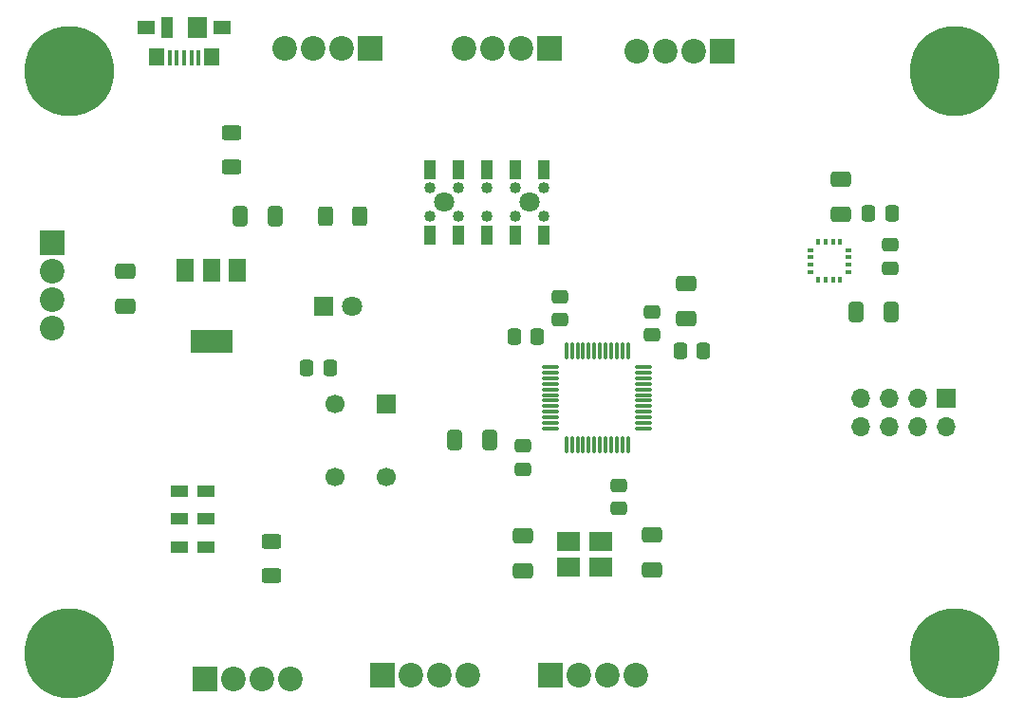
<source format=gbr>
%TF.GenerationSoftware,KiCad,Pcbnew,(6.0.9)*%
%TF.CreationDate,2022-12-05T13:16:43+00:00*%
%TF.ProjectId,stm32controller,73746d33-3263-46f6-9e74-726f6c6c6572,rev?*%
%TF.SameCoordinates,Original*%
%TF.FileFunction,Soldermask,Top*%
%TF.FilePolarity,Negative*%
%FSLAX46Y46*%
G04 Gerber Fmt 4.6, Leading zero omitted, Abs format (unit mm)*
G04 Created by KiCad (PCBNEW (6.0.9)) date 2022-12-05 13:16:43*
%MOMM*%
%LPD*%
G01*
G04 APERTURE LIST*
G04 Aperture macros list*
%AMRoundRect*
0 Rectangle with rounded corners*
0 $1 Rounding radius*
0 $2 $3 $4 $5 $6 $7 $8 $9 X,Y pos of 4 corners*
0 Add a 4 corners polygon primitive as box body*
4,1,4,$2,$3,$4,$5,$6,$7,$8,$9,$2,$3,0*
0 Add four circle primitives for the rounded corners*
1,1,$1+$1,$2,$3*
1,1,$1+$1,$4,$5*
1,1,$1+$1,$6,$7*
1,1,$1+$1,$8,$9*
0 Add four rect primitives between the rounded corners*
20,1,$1+$1,$2,$3,$4,$5,0*
20,1,$1+$1,$4,$5,$6,$7,0*
20,1,$1+$1,$6,$7,$8,$9,0*
20,1,$1+$1,$8,$9,$2,$3,0*%
G04 Aperture macros list end*
%ADD10RoundRect,0.250000X0.475000X-0.337500X0.475000X0.337500X-0.475000X0.337500X-0.475000X-0.337500X0*%
%ADD11R,1.500000X2.000000*%
%ADD12R,3.800000X2.000000*%
%ADD13R,2.100000X1.800000*%
%ADD14R,2.200000X2.200000*%
%ADD15C,2.200000*%
%ADD16C,1.700000*%
%ADD17R,1.700000X1.700000*%
%ADD18RoundRect,0.250000X0.412500X0.650000X-0.412500X0.650000X-0.412500X-0.650000X0.412500X-0.650000X0*%
%ADD19C,1.020000*%
%ADD20C,1.800000*%
%ADD21R,1.020000X1.780000*%
%ADD22RoundRect,0.250000X-0.475000X0.337500X-0.475000X-0.337500X0.475000X-0.337500X0.475000X0.337500X0*%
%ADD23R,1.800000X1.800000*%
%ADD24RoundRect,0.075000X0.075000X-0.662500X0.075000X0.662500X-0.075000X0.662500X-0.075000X-0.662500X0*%
%ADD25RoundRect,0.075000X0.662500X-0.075000X0.662500X0.075000X-0.662500X0.075000X-0.662500X-0.075000X0*%
%ADD26RoundRect,0.250000X0.337500X0.475000X-0.337500X0.475000X-0.337500X-0.475000X0.337500X-0.475000X0*%
%ADD27R,0.450000X1.380000*%
%ADD28R,1.425000X1.550000*%
%ADD29R,1.650000X1.300000*%
%ADD30R,1.800000X1.900000*%
%ADD31R,1.000000X1.900000*%
%ADD32RoundRect,0.250000X-0.650000X0.412500X-0.650000X-0.412500X0.650000X-0.412500X0.650000X0.412500X0*%
%ADD33RoundRect,0.250000X0.650000X-0.412500X0.650000X0.412500X-0.650000X0.412500X-0.650000X-0.412500X0*%
%ADD34C,8.000000*%
%ADD35C,4.400000*%
%ADD36RoundRect,0.250000X-0.337500X-0.475000X0.337500X-0.475000X0.337500X0.475000X-0.337500X0.475000X0*%
%ADD37RoundRect,0.250000X0.625000X-0.400000X0.625000X0.400000X-0.625000X0.400000X-0.625000X-0.400000X0*%
%ADD38O,1.700000X1.700000*%
%ADD39RoundRect,0.100000X-0.100000X0.175000X-0.100000X-0.175000X0.100000X-0.175000X0.100000X0.175000X0*%
%ADD40RoundRect,0.100000X-0.175000X0.100000X-0.175000X-0.100000X0.175000X-0.100000X0.175000X0.100000X0*%
%ADD41R,1.600000X1.000000*%
%ADD42RoundRect,0.250000X-0.625000X0.400000X-0.625000X-0.400000X0.625000X-0.400000X0.625000X0.400000X0*%
%ADD43RoundRect,0.250000X-0.400000X-0.625000X0.400000X-0.625000X0.400000X0.625000X-0.400000X0.625000X0*%
%ADD44RoundRect,0.250000X-0.412500X-0.650000X0.412500X-0.650000X0.412500X0.650000X-0.412500X0.650000X0*%
G04 APERTURE END LIST*
D10*
%TO.C,C7*%
X90000000Y-55575000D03*
X90000000Y-53500000D03*
%TD*%
D11*
%TO.C,U2*%
X52970000Y-49850000D03*
D12*
X50670000Y-56150000D03*
D11*
X50670000Y-49850000D03*
X48370000Y-49850000D03*
%TD*%
D13*
%TO.C,Y1*%
X82500000Y-76300000D03*
X85400000Y-76300000D03*
X85400000Y-74000000D03*
X82500000Y-74000000D03*
%TD*%
D14*
%TO.C,J8*%
X65920000Y-86000000D03*
D15*
X68460000Y-86000000D03*
X71000000Y-86000000D03*
X73540000Y-86000000D03*
%TD*%
D16*
%TO.C,SW1*%
X66250000Y-68250000D03*
D17*
X66250000Y-61750000D03*
D16*
X61750000Y-61750000D03*
X61750000Y-68250000D03*
%TD*%
D18*
%TO.C,C17*%
X111325000Y-53537500D03*
X108200000Y-53537500D03*
%TD*%
D19*
%TO.C,J10*%
X72710000Y-45020000D03*
X75250000Y-42480000D03*
X80330000Y-45020000D03*
D20*
X79060000Y-43750000D03*
D19*
X77790000Y-45020000D03*
D20*
X71440000Y-43750000D03*
D19*
X72710000Y-42480000D03*
X80330000Y-42480000D03*
X77790000Y-42480000D03*
X70170000Y-42480000D03*
X70170000Y-45020000D03*
X75250000Y-45020000D03*
D21*
X80330000Y-40840000D03*
X77790000Y-40840000D03*
X75250000Y-40840000D03*
X72710000Y-40840000D03*
X70170000Y-40840000D03*
X80330000Y-46660000D03*
X77790000Y-46660000D03*
X75250000Y-46660000D03*
X72710000Y-46660000D03*
X70170000Y-46660000D03*
%TD*%
D22*
%TO.C,C10*%
X87000000Y-69000000D03*
X87000000Y-71075000D03*
%TD*%
D14*
%TO.C,J3*%
X50130000Y-86288345D03*
D15*
X52670000Y-86288345D03*
X55210000Y-86288345D03*
X57750000Y-86288345D03*
%TD*%
D23*
%TO.C,D1*%
X60670000Y-53000000D03*
D20*
X63210000Y-53000000D03*
%TD*%
D14*
%TO.C,J6*%
X80815000Y-30000000D03*
D15*
X78275000Y-30000000D03*
X75735000Y-30000000D03*
X73195000Y-30000000D03*
%TD*%
D24*
%TO.C,U1*%
X82350000Y-65362500D03*
X82850000Y-65362500D03*
X83350000Y-65362500D03*
X83850000Y-65362500D03*
X84350000Y-65362500D03*
X84850000Y-65362500D03*
X85350000Y-65362500D03*
X85850000Y-65362500D03*
X86350000Y-65362500D03*
X86850000Y-65362500D03*
X87350000Y-65362500D03*
X87850000Y-65362500D03*
D25*
X89262500Y-63950000D03*
X89262500Y-63450000D03*
X89262500Y-62950000D03*
X89262500Y-62450000D03*
X89262500Y-61950000D03*
X89262500Y-61450000D03*
X89262500Y-60950000D03*
X89262500Y-60450000D03*
X89262500Y-59950000D03*
X89262500Y-59450000D03*
X89262500Y-58950000D03*
X89262500Y-58450000D03*
D24*
X87850000Y-57037500D03*
X87350000Y-57037500D03*
X86850000Y-57037500D03*
X86350000Y-57037500D03*
X85850000Y-57037500D03*
X85350000Y-57037500D03*
X84850000Y-57037500D03*
X84350000Y-57037500D03*
X83850000Y-57037500D03*
X83350000Y-57037500D03*
X82850000Y-57037500D03*
X82350000Y-57037500D03*
D25*
X80937500Y-58450000D03*
X80937500Y-58950000D03*
X80937500Y-59450000D03*
X80937500Y-59950000D03*
X80937500Y-60450000D03*
X80937500Y-60950000D03*
X80937500Y-61450000D03*
X80937500Y-61950000D03*
X80937500Y-62450000D03*
X80937500Y-62950000D03*
X80937500Y-63450000D03*
X80937500Y-63950000D03*
%TD*%
D26*
%TO.C,C1*%
X61250000Y-58500000D03*
X59175000Y-58500000D03*
%TD*%
D27*
%TO.C,J2*%
X49550000Y-30810000D03*
X48900000Y-30810000D03*
X48250000Y-30810000D03*
X47600000Y-30810000D03*
X46950000Y-30810000D03*
D28*
X50737500Y-30725000D03*
D29*
X44875000Y-28150000D03*
X51625000Y-28150000D03*
D28*
X45762500Y-30725000D03*
D30*
X49400000Y-28150000D03*
D31*
X46700000Y-28150000D03*
%TD*%
D14*
%TO.C,J5*%
X64815000Y-30000000D03*
D15*
X62275000Y-30000000D03*
X59735000Y-30000000D03*
X57195000Y-30000000D03*
%TD*%
D32*
%TO.C,C12*%
X43000000Y-49875000D03*
X43000000Y-53000000D03*
%TD*%
D33*
%TO.C,C3*%
X78500000Y-76625000D03*
X78500000Y-73500000D03*
%TD*%
D34*
%TO.C,H2*%
X38000000Y-32000000D03*
D35*
X38000000Y-32000000D03*
%TD*%
D36*
%TO.C,C14*%
X109300000Y-44725000D03*
X111375000Y-44725000D03*
%TD*%
D35*
%TO.C,H4*%
X117000000Y-84000000D03*
D34*
X117000000Y-84000000D03*
%TD*%
D14*
%TO.C,J4*%
X96290000Y-30250000D03*
D15*
X93750000Y-30250000D03*
X91210000Y-30250000D03*
X88670000Y-30250000D03*
%TD*%
D18*
%TO.C,C2*%
X75500000Y-65000000D03*
X72375000Y-65000000D03*
%TD*%
D37*
%TO.C,R5*%
X52500000Y-40600000D03*
X52500000Y-37500000D03*
%TD*%
D33*
%TO.C,C16*%
X106800000Y-44787500D03*
X106800000Y-41662500D03*
%TD*%
D10*
%TO.C,C6*%
X81750000Y-54250000D03*
X81750000Y-52175000D03*
%TD*%
D33*
%TO.C,C11*%
X93000000Y-54125000D03*
X93000000Y-51000000D03*
%TD*%
D17*
%TO.C,J1*%
X116250000Y-61250000D03*
D38*
X116250000Y-63790000D03*
X113710000Y-61250000D03*
X113710000Y-63790000D03*
X111170000Y-61250000D03*
X111170000Y-63790000D03*
X108630000Y-61250000D03*
X108630000Y-63790000D03*
%TD*%
D39*
%TO.C,U3*%
X106775000Y-47275000D03*
X106125000Y-47275000D03*
X105475000Y-47275000D03*
X104825000Y-47275000D03*
D40*
X104100000Y-48000000D03*
X104100000Y-48650000D03*
X104100000Y-49300000D03*
X104100000Y-49950000D03*
D39*
X104825000Y-50675000D03*
X105475000Y-50675000D03*
X106125000Y-50675000D03*
X106775000Y-50675000D03*
D40*
X107500000Y-49950000D03*
X107500000Y-49300000D03*
X107500000Y-48650000D03*
X107500000Y-48000000D03*
%TD*%
D22*
%TO.C,C9*%
X78500000Y-65500000D03*
X78500000Y-67575000D03*
%TD*%
D26*
%TO.C,C4*%
X79750000Y-55750000D03*
X77675000Y-55750000D03*
%TD*%
D22*
%TO.C,C15*%
X111200000Y-47537500D03*
X111200000Y-49612500D03*
%TD*%
D14*
%TO.C,J9*%
X80920000Y-86000000D03*
D15*
X83460000Y-86000000D03*
X86000000Y-86000000D03*
X88540000Y-86000000D03*
%TD*%
D41*
%TO.C,SW2*%
X50200000Y-69500000D03*
X50200000Y-72000000D03*
X50200000Y-74500000D03*
X47800000Y-69500000D03*
X47800000Y-72000000D03*
X47800000Y-74500000D03*
%TD*%
D35*
%TO.C,H3*%
X117000000Y-32000000D03*
D34*
X117000000Y-32000000D03*
%TD*%
D14*
%TO.C,J7*%
X36500000Y-47380000D03*
D15*
X36500000Y-49920000D03*
X36500000Y-52460000D03*
X36500000Y-55000000D03*
%TD*%
D42*
%TO.C,R1*%
X56000000Y-74000000D03*
X56000000Y-77100000D03*
%TD*%
D32*
%TO.C,C5*%
X90000000Y-73437500D03*
X90000000Y-76562500D03*
%TD*%
D43*
%TO.C,R6*%
X60855000Y-45000000D03*
X63955000Y-45000000D03*
%TD*%
D44*
%TO.C,C13*%
X53280000Y-45000000D03*
X56405000Y-45000000D03*
%TD*%
D34*
%TO.C,H1*%
X38000000Y-84000000D03*
D35*
X38000000Y-84000000D03*
%TD*%
D36*
%TO.C,C8*%
X92500000Y-57000000D03*
X94575000Y-57000000D03*
%TD*%
M02*

</source>
